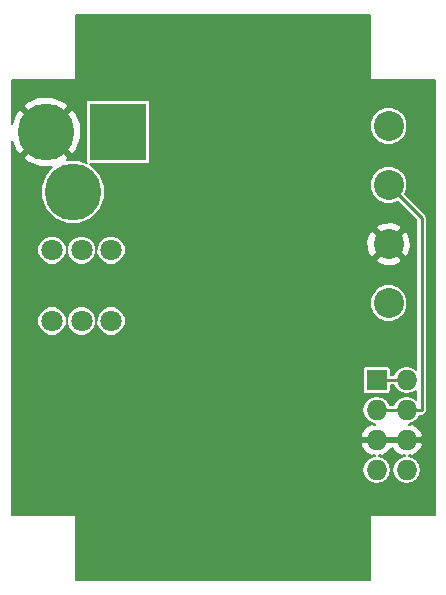
<source format=gbl>
%FSLAX46Y46*%
G04 Gerber Fmt 4.6, Leading zero omitted, Abs format (unit mm)*
G04 Created by KiCad (PCBNEW (2014-10-22 BZR 5214)-product) date Sat 10 Oct 2015 08:53:24 PM EDT*
%MOMM*%
G01*
G04 APERTURE LIST*
%ADD10C,0.200000*%
%ADD11C,4.800600*%
%ADD12R,4.800600X4.800600*%
%ADD13R,1.727200X1.727200*%
%ADD14O,1.727200X1.727200*%
%ADD15C,1.800000*%
%ADD16C,2.540000*%
%ADD17C,0.889000*%
%ADD18C,0.254000*%
%ADD19C,0.152400*%
G04 APERTURE END LIST*
D10*
D11*
X155000000Y-111000000D03*
D12*
X161096000Y-111000000D03*
D11*
X157286000Y-116080000D03*
D13*
X183000000Y-132000000D03*
D14*
X185540000Y-132000000D03*
X183000000Y-134540000D03*
X185540000Y-134540000D03*
X183000000Y-137080000D03*
X185540000Y-137080000D03*
X183000000Y-139620000D03*
X185540000Y-139620000D03*
D15*
X155500000Y-121000000D03*
X158000000Y-121000000D03*
X160500000Y-121000000D03*
X155500000Y-127000000D03*
X158000000Y-127000000D03*
X160500000Y-127000000D03*
D16*
X184000000Y-120500000D03*
X184000000Y-115500000D03*
X184000000Y-110500000D03*
X184000000Y-125500000D03*
D17*
X171640000Y-110271300D03*
X178000000Y-134822900D03*
X174647700Y-117316400D03*
X154250000Y-131658500D03*
X170928800Y-144781100D03*
X173060900Y-141995500D03*
X174835000Y-135853300D03*
X153900000Y-139400000D03*
X153900000Y-135400000D03*
X174000000Y-123517000D03*
X174653700Y-108883000D03*
D18*
X185540000Y-132000000D02*
X183000000Y-132000000D01*
X185500000Y-134550000D02*
X185550000Y-134500000D01*
X186800000Y-134550000D02*
X185500000Y-134550000D01*
X186787400Y-118287400D02*
X186800000Y-134550000D01*
X184000000Y-115500000D02*
X186787400Y-118287400D01*
X185540000Y-134540000D02*
X185540000Y-133917500D01*
X185540000Y-133917500D02*
X185550000Y-134500000D01*
X185050000Y-134550000D02*
X184244900Y-134540000D01*
X185540000Y-133917500D02*
X185050000Y-134550000D01*
X183000000Y-134540000D02*
X184244900Y-134540000D01*
D19*
G36*
X187923800Y-143423800D02*
X187257200Y-143423800D01*
X187257200Y-134550000D01*
X187257164Y-134549823D01*
X187257200Y-134549646D01*
X187244600Y-118287400D01*
X187244600Y-118287046D01*
X187227197Y-118199913D01*
X187209798Y-118112437D01*
X187209697Y-118112286D01*
X187209662Y-118112110D01*
X187160484Y-118038634D01*
X187110689Y-117964111D01*
X185414007Y-116267429D01*
X185599922Y-115819696D01*
X185600477Y-115183097D01*
X185600477Y-110183097D01*
X185357375Y-109594744D01*
X184907624Y-109144207D01*
X184319696Y-108900078D01*
X183683097Y-108899523D01*
X183094744Y-109142625D01*
X182644207Y-109592376D01*
X182400078Y-110180304D01*
X182399523Y-110816903D01*
X182642625Y-111405256D01*
X183092376Y-111855793D01*
X183680304Y-112099922D01*
X184316903Y-112100477D01*
X184905256Y-111857375D01*
X185355793Y-111407624D01*
X185599922Y-110819696D01*
X185600477Y-110183097D01*
X185600477Y-115183097D01*
X185357375Y-114594744D01*
X184907624Y-114144207D01*
X184319696Y-113900078D01*
X183683097Y-113899523D01*
X183094744Y-114142625D01*
X182644207Y-114592376D01*
X182400078Y-115180304D01*
X182399523Y-115816903D01*
X182642625Y-116405256D01*
X183092376Y-116855793D01*
X183680304Y-117099922D01*
X184316903Y-117100477D01*
X184767653Y-116914231D01*
X186330346Y-118476924D01*
X186340135Y-131110822D01*
X186020235Y-130897073D01*
X185871650Y-130867517D01*
X185871650Y-120766491D01*
X185831161Y-120029956D01*
X185627198Y-119537545D01*
X185352831Y-119398616D01*
X185101384Y-119650063D01*
X185101384Y-119147169D01*
X184962455Y-118872802D01*
X184266491Y-118628350D01*
X183529956Y-118668839D01*
X183037545Y-118872802D01*
X182898616Y-119147169D01*
X184000000Y-120248553D01*
X185101384Y-119147169D01*
X185101384Y-119650063D01*
X184251447Y-120500000D01*
X185352831Y-121601384D01*
X185627198Y-121462455D01*
X185871650Y-120766491D01*
X185871650Y-130867517D01*
X185600477Y-130813577D01*
X185600477Y-125183097D01*
X185357375Y-124594744D01*
X185101384Y-124338305D01*
X185101384Y-121852831D01*
X184000000Y-120751447D01*
X183748553Y-121002894D01*
X183748553Y-120500000D01*
X182647169Y-119398616D01*
X182372802Y-119537545D01*
X182128350Y-120233509D01*
X182168839Y-120970044D01*
X182372802Y-121462455D01*
X182647169Y-121601384D01*
X183748553Y-120500000D01*
X183748553Y-121002894D01*
X182898616Y-121852831D01*
X183037545Y-122127198D01*
X183733509Y-122371650D01*
X184470044Y-122331161D01*
X184962455Y-122127198D01*
X185101384Y-121852831D01*
X185101384Y-124338305D01*
X184907624Y-124144207D01*
X184319696Y-123900078D01*
X183683097Y-123899523D01*
X183094744Y-124142625D01*
X182644207Y-124592376D01*
X182400078Y-125180304D01*
X182399523Y-125816903D01*
X182642625Y-126405256D01*
X183092376Y-126855793D01*
X183680304Y-127099922D01*
X184316903Y-127100477D01*
X184905256Y-126857375D01*
X185355793Y-126407624D01*
X185599922Y-125819696D01*
X185600477Y-125183097D01*
X185600477Y-130813577D01*
X185563388Y-130806200D01*
X185516612Y-130806200D01*
X185059765Y-130897073D01*
X184672468Y-131155856D01*
X184413920Y-131542800D01*
X184193800Y-131542800D01*
X184193800Y-131070719D01*
X184143530Y-130949357D01*
X184050643Y-130856470D01*
X183929281Y-130806200D01*
X183797919Y-130806200D01*
X182070719Y-130806200D01*
X181949357Y-130856470D01*
X181856470Y-130949357D01*
X181806200Y-131070719D01*
X181806200Y-131202081D01*
X181806200Y-132929281D01*
X181856470Y-133050643D01*
X181949357Y-133143530D01*
X182070719Y-133193800D01*
X182202081Y-133193800D01*
X183929281Y-133193800D01*
X184050643Y-133143530D01*
X184143530Y-133050643D01*
X184193800Y-132929281D01*
X184193800Y-132797919D01*
X184193800Y-132457200D01*
X184413920Y-132457200D01*
X184672468Y-132844144D01*
X185059765Y-133102927D01*
X185516612Y-133193800D01*
X185563388Y-133193800D01*
X186020235Y-133102927D01*
X186341512Y-132888256D01*
X186342104Y-133652138D01*
X186020235Y-133437073D01*
X185563388Y-133346200D01*
X185516612Y-133346200D01*
X185059765Y-133437073D01*
X184672468Y-133695856D01*
X184413685Y-134083153D01*
X184413346Y-134084856D01*
X184250578Y-134082835D01*
X184247734Y-134083363D01*
X184244900Y-134082800D01*
X184126079Y-134082800D01*
X183867532Y-133695856D01*
X183480235Y-133437073D01*
X183023388Y-133346200D01*
X182976612Y-133346200D01*
X182519765Y-133437073D01*
X182132468Y-133695856D01*
X181873685Y-134083153D01*
X181782812Y-134540000D01*
X181873685Y-134996847D01*
X182132468Y-135384144D01*
X182519765Y-135642927D01*
X182822198Y-135703084D01*
X182822198Y-135789194D01*
X182599615Y-135688649D01*
X182097646Y-135947780D01*
X181733052Y-136379281D01*
X181608663Y-136679618D01*
X181710450Y-136902200D01*
X182822200Y-136902200D01*
X182822200Y-136882200D01*
X183177800Y-136882200D01*
X183177800Y-136902200D01*
X184250450Y-136902200D01*
X184289550Y-136902200D01*
X185362200Y-136902200D01*
X185362200Y-136882200D01*
X185717800Y-136882200D01*
X185717800Y-136902200D01*
X186829550Y-136902200D01*
X186931337Y-136679618D01*
X186806948Y-136379281D01*
X186442354Y-135947780D01*
X185940385Y-135688649D01*
X185717802Y-135789194D01*
X185717802Y-135703084D01*
X186020235Y-135642927D01*
X186407532Y-135384144D01*
X186659397Y-135007200D01*
X186800000Y-135007200D01*
X186800176Y-135007164D01*
X186800354Y-135007200D01*
X186887486Y-134989797D01*
X186974963Y-134972398D01*
X186975113Y-134972297D01*
X186975290Y-134972262D01*
X187049209Y-134922787D01*
X187123289Y-134873289D01*
X187123388Y-134873139D01*
X187123539Y-134873039D01*
X187172874Y-134799079D01*
X187222398Y-134724963D01*
X187222433Y-134724785D01*
X187222533Y-134724636D01*
X187239809Y-134637426D01*
X187257200Y-134550000D01*
X187257200Y-143423800D01*
X186931337Y-143423800D01*
X186931337Y-137480382D01*
X186829550Y-137257800D01*
X185717800Y-137257800D01*
X185717800Y-137277800D01*
X185362200Y-137277800D01*
X185362200Y-137257800D01*
X184289550Y-137257800D01*
X184250450Y-137257800D01*
X183177800Y-137257800D01*
X183177800Y-137277800D01*
X182822200Y-137277800D01*
X182822200Y-137257800D01*
X181710450Y-137257800D01*
X181608663Y-137480382D01*
X181733052Y-137780719D01*
X182097646Y-138212220D01*
X182599615Y-138471351D01*
X182822198Y-138370805D01*
X182822198Y-138456914D01*
X182519765Y-138517073D01*
X182132468Y-138775856D01*
X181873685Y-139163153D01*
X181782812Y-139620000D01*
X181873685Y-140076847D01*
X182132468Y-140464144D01*
X182519765Y-140722927D01*
X182976612Y-140813800D01*
X183023388Y-140813800D01*
X183480235Y-140722927D01*
X183867532Y-140464144D01*
X184126315Y-140076847D01*
X184217188Y-139620000D01*
X184126315Y-139163153D01*
X183867532Y-138775856D01*
X183480235Y-138517073D01*
X183177802Y-138456915D01*
X183177802Y-138370805D01*
X183400385Y-138471351D01*
X183902354Y-138212220D01*
X184266948Y-137780719D01*
X184270000Y-137773349D01*
X184273052Y-137780719D01*
X184637646Y-138212220D01*
X185139615Y-138471351D01*
X185362198Y-138370805D01*
X185362198Y-138456914D01*
X185059765Y-138517073D01*
X184672468Y-138775856D01*
X184413685Y-139163153D01*
X184322812Y-139620000D01*
X184413685Y-140076847D01*
X184672468Y-140464144D01*
X185059765Y-140722927D01*
X185516612Y-140813800D01*
X185563388Y-140813800D01*
X186020235Y-140722927D01*
X186407532Y-140464144D01*
X186666315Y-140076847D01*
X186757188Y-139620000D01*
X186666315Y-139163153D01*
X186407532Y-138775856D01*
X186020235Y-138517073D01*
X185717802Y-138456915D01*
X185717802Y-138370805D01*
X185940385Y-138471351D01*
X186442354Y-138212220D01*
X186806948Y-137780719D01*
X186931337Y-137480382D01*
X186931337Y-143423800D01*
X186757188Y-143423800D01*
X184217188Y-143423800D01*
X182423800Y-143423800D01*
X182423800Y-148923800D01*
X163826500Y-148923800D01*
X163826500Y-113465981D01*
X163826500Y-113334619D01*
X163826500Y-108534019D01*
X163776230Y-108412657D01*
X163683343Y-108319770D01*
X163561981Y-108269500D01*
X163430619Y-108269500D01*
X158630019Y-108269500D01*
X158508657Y-108319770D01*
X158415770Y-108412657D01*
X158365500Y-108534019D01*
X158365500Y-108665381D01*
X158365500Y-113465981D01*
X158415770Y-113587343D01*
X158424724Y-113596297D01*
X157995343Y-113418002D01*
X157995343Y-111536266D01*
X157972557Y-110349178D01*
X157562117Y-109358286D01*
X157170294Y-109081153D01*
X156918847Y-109332600D01*
X156918847Y-108829706D01*
X156641714Y-108437883D01*
X155536266Y-108004657D01*
X154349178Y-108027443D01*
X153358286Y-108437883D01*
X153081153Y-108829706D01*
X155000000Y-110748553D01*
X156918847Y-108829706D01*
X156918847Y-109332600D01*
X155251447Y-111000000D01*
X157170294Y-112918847D01*
X157562117Y-112641714D01*
X157995343Y-111536266D01*
X157995343Y-113418002D01*
X157831513Y-113349975D01*
X156792401Y-113349068D01*
X156918847Y-113170294D01*
X155000000Y-111251447D01*
X153081153Y-113170294D01*
X153358286Y-113562117D01*
X154463734Y-113995343D01*
X155529914Y-113974877D01*
X154972544Y-114531276D01*
X154555975Y-115534487D01*
X154555027Y-116620747D01*
X154969845Y-117624684D01*
X155737276Y-118393456D01*
X156740487Y-118810025D01*
X157826747Y-118810973D01*
X158830684Y-118396155D01*
X159599456Y-117628724D01*
X160016025Y-116625513D01*
X160016973Y-115539253D01*
X159602155Y-114535316D01*
X158834724Y-113766544D01*
X158747920Y-113730500D01*
X158761381Y-113730500D01*
X163561981Y-113730500D01*
X163683343Y-113680230D01*
X163776230Y-113587343D01*
X163826500Y-113465981D01*
X163826500Y-148923800D01*
X161730413Y-148923800D01*
X161730413Y-126756372D01*
X161730413Y-120756372D01*
X161543521Y-120304058D01*
X161197762Y-119957695D01*
X160745775Y-119770014D01*
X160256372Y-119769587D01*
X159804058Y-119956479D01*
X159457695Y-120302238D01*
X159270014Y-120754225D01*
X159269587Y-121243628D01*
X159456479Y-121695942D01*
X159802238Y-122042305D01*
X160254225Y-122229986D01*
X160743628Y-122230413D01*
X161195942Y-122043521D01*
X161542305Y-121697762D01*
X161729986Y-121245775D01*
X161730413Y-120756372D01*
X161730413Y-126756372D01*
X161543521Y-126304058D01*
X161197762Y-125957695D01*
X160745775Y-125770014D01*
X160256372Y-125769587D01*
X159804058Y-125956479D01*
X159457695Y-126302238D01*
X159270014Y-126754225D01*
X159269587Y-127243628D01*
X159456479Y-127695942D01*
X159802238Y-128042305D01*
X160254225Y-128229986D01*
X160743628Y-128230413D01*
X161195942Y-128043521D01*
X161542305Y-127697762D01*
X161729986Y-127245775D01*
X161730413Y-126756372D01*
X161730413Y-148923800D01*
X159230413Y-148923800D01*
X159230413Y-126756372D01*
X159230413Y-120756372D01*
X159043521Y-120304058D01*
X158697762Y-119957695D01*
X158245775Y-119770014D01*
X157756372Y-119769587D01*
X157304058Y-119956479D01*
X156957695Y-120302238D01*
X156770014Y-120754225D01*
X156769587Y-121243628D01*
X156956479Y-121695942D01*
X157302238Y-122042305D01*
X157754225Y-122229986D01*
X158243628Y-122230413D01*
X158695942Y-122043521D01*
X159042305Y-121697762D01*
X159229986Y-121245775D01*
X159230413Y-120756372D01*
X159230413Y-126756372D01*
X159043521Y-126304058D01*
X158697762Y-125957695D01*
X158245775Y-125770014D01*
X157756372Y-125769587D01*
X157304058Y-125956479D01*
X156957695Y-126302238D01*
X156770014Y-126754225D01*
X156769587Y-127243628D01*
X156956479Y-127695942D01*
X157302238Y-128042305D01*
X157754225Y-128229986D01*
X158243628Y-128230413D01*
X158695942Y-128043521D01*
X159042305Y-127697762D01*
X159229986Y-127245775D01*
X159230413Y-126756372D01*
X159230413Y-148923800D01*
X157576200Y-148923800D01*
X157576200Y-143423800D01*
X156730413Y-143423800D01*
X156730413Y-126756372D01*
X156730413Y-120756372D01*
X156543521Y-120304058D01*
X156197762Y-119957695D01*
X155745775Y-119770014D01*
X155256372Y-119769587D01*
X154804058Y-119956479D01*
X154457695Y-120302238D01*
X154270014Y-120754225D01*
X154269587Y-121243628D01*
X154456479Y-121695942D01*
X154802238Y-122042305D01*
X155254225Y-122229986D01*
X155743628Y-122230413D01*
X156195942Y-122043521D01*
X156542305Y-121697762D01*
X156729986Y-121245775D01*
X156730413Y-120756372D01*
X156730413Y-126756372D01*
X156543521Y-126304058D01*
X156197762Y-125957695D01*
X155745775Y-125770014D01*
X155256372Y-125769587D01*
X154804058Y-125956479D01*
X154457695Y-126302238D01*
X154270014Y-126754225D01*
X154269587Y-127243628D01*
X154456479Y-127695942D01*
X154802238Y-128042305D01*
X155254225Y-128229986D01*
X155743628Y-128230413D01*
X156195942Y-128043521D01*
X156542305Y-127697762D01*
X156729986Y-127245775D01*
X156730413Y-126756372D01*
X156730413Y-143423800D01*
X152076200Y-143423800D01*
X152076200Y-111768532D01*
X152437883Y-112641714D01*
X152829706Y-112918847D01*
X154748553Y-111000000D01*
X152829706Y-109081153D01*
X152437883Y-109358286D01*
X152076200Y-110281180D01*
X152076200Y-106576200D01*
X157576200Y-106576200D01*
X157576200Y-101076200D01*
X182423800Y-101076200D01*
X182423800Y-106576200D01*
X187923800Y-106576200D01*
X187923800Y-143423800D01*
X187923800Y-143423800D01*
G37*
X187923800Y-143423800D02*
X187257200Y-143423800D01*
X187257200Y-134550000D01*
X187257164Y-134549823D01*
X187257200Y-134549646D01*
X187244600Y-118287400D01*
X187244600Y-118287046D01*
X187227197Y-118199913D01*
X187209798Y-118112437D01*
X187209697Y-118112286D01*
X187209662Y-118112110D01*
X187160484Y-118038634D01*
X187110689Y-117964111D01*
X185414007Y-116267429D01*
X185599922Y-115819696D01*
X185600477Y-115183097D01*
X185600477Y-110183097D01*
X185357375Y-109594744D01*
X184907624Y-109144207D01*
X184319696Y-108900078D01*
X183683097Y-108899523D01*
X183094744Y-109142625D01*
X182644207Y-109592376D01*
X182400078Y-110180304D01*
X182399523Y-110816903D01*
X182642625Y-111405256D01*
X183092376Y-111855793D01*
X183680304Y-112099922D01*
X184316903Y-112100477D01*
X184905256Y-111857375D01*
X185355793Y-111407624D01*
X185599922Y-110819696D01*
X185600477Y-110183097D01*
X185600477Y-115183097D01*
X185357375Y-114594744D01*
X184907624Y-114144207D01*
X184319696Y-113900078D01*
X183683097Y-113899523D01*
X183094744Y-114142625D01*
X182644207Y-114592376D01*
X182400078Y-115180304D01*
X182399523Y-115816903D01*
X182642625Y-116405256D01*
X183092376Y-116855793D01*
X183680304Y-117099922D01*
X184316903Y-117100477D01*
X184767653Y-116914231D01*
X186330346Y-118476924D01*
X186340135Y-131110822D01*
X186020235Y-130897073D01*
X185871650Y-130867517D01*
X185871650Y-120766491D01*
X185831161Y-120029956D01*
X185627198Y-119537545D01*
X185352831Y-119398616D01*
X185101384Y-119650063D01*
X185101384Y-119147169D01*
X184962455Y-118872802D01*
X184266491Y-118628350D01*
X183529956Y-118668839D01*
X183037545Y-118872802D01*
X182898616Y-119147169D01*
X184000000Y-120248553D01*
X185101384Y-119147169D01*
X185101384Y-119650063D01*
X184251447Y-120500000D01*
X185352831Y-121601384D01*
X185627198Y-121462455D01*
X185871650Y-120766491D01*
X185871650Y-130867517D01*
X185600477Y-130813577D01*
X185600477Y-125183097D01*
X185357375Y-124594744D01*
X185101384Y-124338305D01*
X185101384Y-121852831D01*
X184000000Y-120751447D01*
X183748553Y-121002894D01*
X183748553Y-120500000D01*
X182647169Y-119398616D01*
X182372802Y-119537545D01*
X182128350Y-120233509D01*
X182168839Y-120970044D01*
X182372802Y-121462455D01*
X182647169Y-121601384D01*
X183748553Y-120500000D01*
X183748553Y-121002894D01*
X182898616Y-121852831D01*
X183037545Y-122127198D01*
X183733509Y-122371650D01*
X184470044Y-122331161D01*
X184962455Y-122127198D01*
X185101384Y-121852831D01*
X185101384Y-124338305D01*
X184907624Y-124144207D01*
X184319696Y-123900078D01*
X183683097Y-123899523D01*
X183094744Y-124142625D01*
X182644207Y-124592376D01*
X182400078Y-125180304D01*
X182399523Y-125816903D01*
X182642625Y-126405256D01*
X183092376Y-126855793D01*
X183680304Y-127099922D01*
X184316903Y-127100477D01*
X184905256Y-126857375D01*
X185355793Y-126407624D01*
X185599922Y-125819696D01*
X185600477Y-125183097D01*
X185600477Y-130813577D01*
X185563388Y-130806200D01*
X185516612Y-130806200D01*
X185059765Y-130897073D01*
X184672468Y-131155856D01*
X184413920Y-131542800D01*
X184193800Y-131542800D01*
X184193800Y-131070719D01*
X184143530Y-130949357D01*
X184050643Y-130856470D01*
X183929281Y-130806200D01*
X183797919Y-130806200D01*
X182070719Y-130806200D01*
X181949357Y-130856470D01*
X181856470Y-130949357D01*
X181806200Y-131070719D01*
X181806200Y-131202081D01*
X181806200Y-132929281D01*
X181856470Y-133050643D01*
X181949357Y-133143530D01*
X182070719Y-133193800D01*
X182202081Y-133193800D01*
X183929281Y-133193800D01*
X184050643Y-133143530D01*
X184143530Y-133050643D01*
X184193800Y-132929281D01*
X184193800Y-132797919D01*
X184193800Y-132457200D01*
X184413920Y-132457200D01*
X184672468Y-132844144D01*
X185059765Y-133102927D01*
X185516612Y-133193800D01*
X185563388Y-133193800D01*
X186020235Y-133102927D01*
X186341512Y-132888256D01*
X186342104Y-133652138D01*
X186020235Y-133437073D01*
X185563388Y-133346200D01*
X185516612Y-133346200D01*
X185059765Y-133437073D01*
X184672468Y-133695856D01*
X184413685Y-134083153D01*
X184413346Y-134084856D01*
X184250578Y-134082835D01*
X184247734Y-134083363D01*
X184244900Y-134082800D01*
X184126079Y-134082800D01*
X183867532Y-133695856D01*
X183480235Y-133437073D01*
X183023388Y-133346200D01*
X182976612Y-133346200D01*
X182519765Y-133437073D01*
X182132468Y-133695856D01*
X181873685Y-134083153D01*
X181782812Y-134540000D01*
X181873685Y-134996847D01*
X182132468Y-135384144D01*
X182519765Y-135642927D01*
X182822198Y-135703084D01*
X182822198Y-135789194D01*
X182599615Y-135688649D01*
X182097646Y-135947780D01*
X181733052Y-136379281D01*
X181608663Y-136679618D01*
X181710450Y-136902200D01*
X182822200Y-136902200D01*
X182822200Y-136882200D01*
X183177800Y-136882200D01*
X183177800Y-136902200D01*
X184250450Y-136902200D01*
X184289550Y-136902200D01*
X185362200Y-136902200D01*
X185362200Y-136882200D01*
X185717800Y-136882200D01*
X185717800Y-136902200D01*
X186829550Y-136902200D01*
X186931337Y-136679618D01*
X186806948Y-136379281D01*
X186442354Y-135947780D01*
X185940385Y-135688649D01*
X185717802Y-135789194D01*
X185717802Y-135703084D01*
X186020235Y-135642927D01*
X186407532Y-135384144D01*
X186659397Y-135007200D01*
X186800000Y-135007200D01*
X186800176Y-135007164D01*
X186800354Y-135007200D01*
X186887486Y-134989797D01*
X186974963Y-134972398D01*
X186975113Y-134972297D01*
X186975290Y-134972262D01*
X187049209Y-134922787D01*
X187123289Y-134873289D01*
X187123388Y-134873139D01*
X187123539Y-134873039D01*
X187172874Y-134799079D01*
X187222398Y-134724963D01*
X187222433Y-134724785D01*
X187222533Y-134724636D01*
X187239809Y-134637426D01*
X187257200Y-134550000D01*
X187257200Y-143423800D01*
X186931337Y-143423800D01*
X186931337Y-137480382D01*
X186829550Y-137257800D01*
X185717800Y-137257800D01*
X185717800Y-137277800D01*
X185362200Y-137277800D01*
X185362200Y-137257800D01*
X184289550Y-137257800D01*
X184250450Y-137257800D01*
X183177800Y-137257800D01*
X183177800Y-137277800D01*
X182822200Y-137277800D01*
X182822200Y-137257800D01*
X181710450Y-137257800D01*
X181608663Y-137480382D01*
X181733052Y-137780719D01*
X182097646Y-138212220D01*
X182599615Y-138471351D01*
X182822198Y-138370805D01*
X182822198Y-138456914D01*
X182519765Y-138517073D01*
X182132468Y-138775856D01*
X181873685Y-139163153D01*
X181782812Y-139620000D01*
X181873685Y-140076847D01*
X182132468Y-140464144D01*
X182519765Y-140722927D01*
X182976612Y-140813800D01*
X183023388Y-140813800D01*
X183480235Y-140722927D01*
X183867532Y-140464144D01*
X184126315Y-140076847D01*
X184217188Y-139620000D01*
X184126315Y-139163153D01*
X183867532Y-138775856D01*
X183480235Y-138517073D01*
X183177802Y-138456915D01*
X183177802Y-138370805D01*
X183400385Y-138471351D01*
X183902354Y-138212220D01*
X184266948Y-137780719D01*
X184270000Y-137773349D01*
X184273052Y-137780719D01*
X184637646Y-138212220D01*
X185139615Y-138471351D01*
X185362198Y-138370805D01*
X185362198Y-138456914D01*
X185059765Y-138517073D01*
X184672468Y-138775856D01*
X184413685Y-139163153D01*
X184322812Y-139620000D01*
X184413685Y-140076847D01*
X184672468Y-140464144D01*
X185059765Y-140722927D01*
X185516612Y-140813800D01*
X185563388Y-140813800D01*
X186020235Y-140722927D01*
X186407532Y-140464144D01*
X186666315Y-140076847D01*
X186757188Y-139620000D01*
X186666315Y-139163153D01*
X186407532Y-138775856D01*
X186020235Y-138517073D01*
X185717802Y-138456915D01*
X185717802Y-138370805D01*
X185940385Y-138471351D01*
X186442354Y-138212220D01*
X186806948Y-137780719D01*
X186931337Y-137480382D01*
X186931337Y-143423800D01*
X186757188Y-143423800D01*
X184217188Y-143423800D01*
X182423800Y-143423800D01*
X182423800Y-148923800D01*
X163826500Y-148923800D01*
X163826500Y-113465981D01*
X163826500Y-113334619D01*
X163826500Y-108534019D01*
X163776230Y-108412657D01*
X163683343Y-108319770D01*
X163561981Y-108269500D01*
X163430619Y-108269500D01*
X158630019Y-108269500D01*
X158508657Y-108319770D01*
X158415770Y-108412657D01*
X158365500Y-108534019D01*
X158365500Y-108665381D01*
X158365500Y-113465981D01*
X158415770Y-113587343D01*
X158424724Y-113596297D01*
X157995343Y-113418002D01*
X157995343Y-111536266D01*
X157972557Y-110349178D01*
X157562117Y-109358286D01*
X157170294Y-109081153D01*
X156918847Y-109332600D01*
X156918847Y-108829706D01*
X156641714Y-108437883D01*
X155536266Y-108004657D01*
X154349178Y-108027443D01*
X153358286Y-108437883D01*
X153081153Y-108829706D01*
X155000000Y-110748553D01*
X156918847Y-108829706D01*
X156918847Y-109332600D01*
X155251447Y-111000000D01*
X157170294Y-112918847D01*
X157562117Y-112641714D01*
X157995343Y-111536266D01*
X157995343Y-113418002D01*
X157831513Y-113349975D01*
X156792401Y-113349068D01*
X156918847Y-113170294D01*
X155000000Y-111251447D01*
X153081153Y-113170294D01*
X153358286Y-113562117D01*
X154463734Y-113995343D01*
X155529914Y-113974877D01*
X154972544Y-114531276D01*
X154555975Y-115534487D01*
X154555027Y-116620747D01*
X154969845Y-117624684D01*
X155737276Y-118393456D01*
X156740487Y-118810025D01*
X157826747Y-118810973D01*
X158830684Y-118396155D01*
X159599456Y-117628724D01*
X160016025Y-116625513D01*
X160016973Y-115539253D01*
X159602155Y-114535316D01*
X158834724Y-113766544D01*
X158747920Y-113730500D01*
X158761381Y-113730500D01*
X163561981Y-113730500D01*
X163683343Y-113680230D01*
X163776230Y-113587343D01*
X163826500Y-113465981D01*
X163826500Y-148923800D01*
X161730413Y-148923800D01*
X161730413Y-126756372D01*
X161730413Y-120756372D01*
X161543521Y-120304058D01*
X161197762Y-119957695D01*
X160745775Y-119770014D01*
X160256372Y-119769587D01*
X159804058Y-119956479D01*
X159457695Y-120302238D01*
X159270014Y-120754225D01*
X159269587Y-121243628D01*
X159456479Y-121695942D01*
X159802238Y-122042305D01*
X160254225Y-122229986D01*
X160743628Y-122230413D01*
X161195942Y-122043521D01*
X161542305Y-121697762D01*
X161729986Y-121245775D01*
X161730413Y-120756372D01*
X161730413Y-126756372D01*
X161543521Y-126304058D01*
X161197762Y-125957695D01*
X160745775Y-125770014D01*
X160256372Y-125769587D01*
X159804058Y-125956479D01*
X159457695Y-126302238D01*
X159270014Y-126754225D01*
X159269587Y-127243628D01*
X159456479Y-127695942D01*
X159802238Y-128042305D01*
X160254225Y-128229986D01*
X160743628Y-128230413D01*
X161195942Y-128043521D01*
X161542305Y-127697762D01*
X161729986Y-127245775D01*
X161730413Y-126756372D01*
X161730413Y-148923800D01*
X159230413Y-148923800D01*
X159230413Y-126756372D01*
X159230413Y-120756372D01*
X159043521Y-120304058D01*
X158697762Y-119957695D01*
X158245775Y-119770014D01*
X157756372Y-119769587D01*
X157304058Y-119956479D01*
X156957695Y-120302238D01*
X156770014Y-120754225D01*
X156769587Y-121243628D01*
X156956479Y-121695942D01*
X157302238Y-122042305D01*
X157754225Y-122229986D01*
X158243628Y-122230413D01*
X158695942Y-122043521D01*
X159042305Y-121697762D01*
X159229986Y-121245775D01*
X159230413Y-120756372D01*
X159230413Y-126756372D01*
X159043521Y-126304058D01*
X158697762Y-125957695D01*
X158245775Y-125770014D01*
X157756372Y-125769587D01*
X157304058Y-125956479D01*
X156957695Y-126302238D01*
X156770014Y-126754225D01*
X156769587Y-127243628D01*
X156956479Y-127695942D01*
X157302238Y-128042305D01*
X157754225Y-128229986D01*
X158243628Y-128230413D01*
X158695942Y-128043521D01*
X159042305Y-127697762D01*
X159229986Y-127245775D01*
X159230413Y-126756372D01*
X159230413Y-148923800D01*
X157576200Y-148923800D01*
X157576200Y-143423800D01*
X156730413Y-143423800D01*
X156730413Y-126756372D01*
X156730413Y-120756372D01*
X156543521Y-120304058D01*
X156197762Y-119957695D01*
X155745775Y-119770014D01*
X155256372Y-119769587D01*
X154804058Y-119956479D01*
X154457695Y-120302238D01*
X154270014Y-120754225D01*
X154269587Y-121243628D01*
X154456479Y-121695942D01*
X154802238Y-122042305D01*
X155254225Y-122229986D01*
X155743628Y-122230413D01*
X156195942Y-122043521D01*
X156542305Y-121697762D01*
X156729986Y-121245775D01*
X156730413Y-120756372D01*
X156730413Y-126756372D01*
X156543521Y-126304058D01*
X156197762Y-125957695D01*
X155745775Y-125770014D01*
X155256372Y-125769587D01*
X154804058Y-125956479D01*
X154457695Y-126302238D01*
X154270014Y-126754225D01*
X154269587Y-127243628D01*
X154456479Y-127695942D01*
X154802238Y-128042305D01*
X155254225Y-128229986D01*
X155743628Y-128230413D01*
X156195942Y-128043521D01*
X156542305Y-127697762D01*
X156729986Y-127245775D01*
X156730413Y-126756372D01*
X156730413Y-143423800D01*
X152076200Y-143423800D01*
X152076200Y-111768532D01*
X152437883Y-112641714D01*
X152829706Y-112918847D01*
X154748553Y-111000000D01*
X152829706Y-109081153D01*
X152437883Y-109358286D01*
X152076200Y-110281180D01*
X152076200Y-106576200D01*
X157576200Y-106576200D01*
X157576200Y-101076200D01*
X182423800Y-101076200D01*
X182423800Y-106576200D01*
X187923800Y-106576200D01*
X187923800Y-143423800D01*
M02*

</source>
